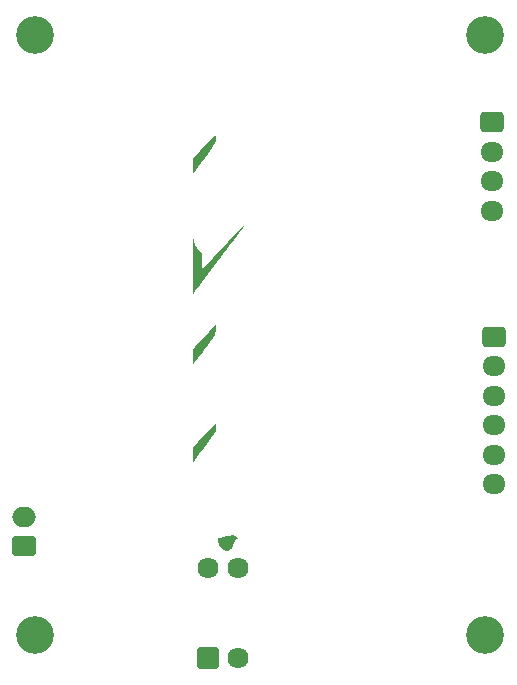
<source format=gbs>
%TF.GenerationSoftware,KiCad,Pcbnew,(6.0.1-0)*%
%TF.CreationDate,2024-02-04T22:08:59-06:00*%
%TF.ProjectId,tackle_sensor_hardware,7461636b-6c65-45f7-9365-6e736f725f68,REV1*%
%TF.SameCoordinates,Original*%
%TF.FileFunction,Soldermask,Bot*%
%TF.FilePolarity,Negative*%
%FSLAX46Y46*%
G04 Gerber Fmt 4.6, Leading zero omitted, Abs format (unit mm)*
G04 Created by KiCad (PCBNEW (6.0.1-0)) date 2024-02-04 22:08:59*
%MOMM*%
%LPD*%
G01*
G04 APERTURE LIST*
G04 Aperture macros list*
%AMRoundRect*
0 Rectangle with rounded corners*
0 $1 Rounding radius*
0 $2 $3 $4 $5 $6 $7 $8 $9 X,Y pos of 4 corners*
0 Add a 4 corners polygon primitive as box body*
4,1,4,$2,$3,$4,$5,$6,$7,$8,$9,$2,$3,0*
0 Add four circle primitives for the rounded corners*
1,1,$1+$1,$2,$3*
1,1,$1+$1,$4,$5*
1,1,$1+$1,$6,$7*
1,1,$1+$1,$8,$9*
0 Add four rect primitives between the rounded corners*
20,1,$1+$1,$2,$3,$4,$5,0*
20,1,$1+$1,$4,$5,$6,$7,0*
20,1,$1+$1,$6,$7,$8,$9,0*
20,1,$1+$1,$8,$9,$2,$3,0*%
G04 Aperture macros list end*
%ADD10C,3.200000*%
%ADD11RoundRect,0.250000X0.750000X-0.600000X0.750000X0.600000X-0.750000X0.600000X-0.750000X-0.600000X0*%
%ADD12O,2.000000X1.700000*%
%ADD13RoundRect,0.102000X-0.790000X-0.790000X0.790000X-0.790000X0.790000X0.790000X-0.790000X0.790000X0*%
%ADD14C,1.784000*%
%ADD15RoundRect,0.250000X-0.725000X0.600000X-0.725000X-0.600000X0.725000X-0.600000X0.725000X0.600000X0*%
%ADD16O,1.950000X1.700000*%
G04 APERTURE END LIST*
%TO.C,G\u002A\u002A\u002A*%
G36*
X178939705Y-93136079D02*
G01*
X178917347Y-93194177D01*
X178887134Y-93233884D01*
X178797232Y-93353048D01*
X178658887Y-93536880D01*
X178481607Y-93772738D01*
X178274898Y-94047978D01*
X178048267Y-94349958D01*
X177883121Y-94569486D01*
X177659111Y-94865338D01*
X177456655Y-95130551D01*
X177286620Y-95350982D01*
X177159870Y-95512486D01*
X177087269Y-95600922D01*
X177043076Y-95655102D01*
X176934643Y-95795764D01*
X176777309Y-96004283D01*
X176579643Y-96269162D01*
X176350216Y-96578907D01*
X176097597Y-96922019D01*
X175830357Y-97287003D01*
X175621282Y-97573193D01*
X175370256Y-97916416D01*
X175143173Y-98226474D01*
X174948065Y-98492422D01*
X174792962Y-98703315D01*
X174685895Y-98848210D01*
X174634896Y-98916160D01*
X174618593Y-98931430D01*
X174602175Y-98926567D01*
X174588771Y-98888692D01*
X174578133Y-98809385D01*
X174570012Y-98680229D01*
X174564161Y-98492806D01*
X174560330Y-98238696D01*
X174558270Y-97909483D01*
X174557734Y-97496748D01*
X174558473Y-96992072D01*
X174560239Y-96387038D01*
X174560649Y-96273324D01*
X174563230Y-95774355D01*
X174566825Y-95324421D01*
X174571279Y-94932058D01*
X174576437Y-94605800D01*
X174582146Y-94354182D01*
X174588251Y-94185739D01*
X174594598Y-94109005D01*
X174601031Y-94132516D01*
X174660601Y-94487391D01*
X174793828Y-94830598D01*
X174828370Y-94894997D01*
X174951032Y-95085188D01*
X175084955Y-95250258D01*
X175209362Y-95366564D01*
X175303476Y-95410466D01*
X175307658Y-95415574D01*
X175318802Y-95496331D01*
X175325898Y-95660121D01*
X175328365Y-95887326D01*
X175325622Y-96158325D01*
X175311149Y-96906275D01*
X175760740Y-96440051D01*
X175855032Y-96341678D01*
X176045147Y-96141743D01*
X176288365Y-95884721D01*
X176572217Y-95583835D01*
X176884232Y-95252306D01*
X177211943Y-94903358D01*
X177542879Y-94550215D01*
X177834388Y-94240000D01*
X178121525Y-93936980D01*
X178377913Y-93669021D01*
X178594898Y-93445054D01*
X178763823Y-93274008D01*
X178876035Y-93164812D01*
X178922879Y-93126397D01*
X178939705Y-93136079D01*
G37*
G36*
X176494231Y-85567212D02*
G01*
X176506934Y-85660995D01*
X176509474Y-85842998D01*
X176510438Y-85908957D01*
X176511764Y-85982930D01*
X176507748Y-86049139D01*
X176492510Y-86117146D01*
X176460173Y-86196515D01*
X176404856Y-86296808D01*
X176320681Y-86427589D01*
X176201769Y-86598419D01*
X176042241Y-86818861D01*
X175836218Y-87098480D01*
X175577821Y-87446836D01*
X175261171Y-87873494D01*
X174578639Y-88794031D01*
X174563247Y-88184770D01*
X174547854Y-87575508D01*
X174799595Y-87264232D01*
X174812380Y-87248502D01*
X174961686Y-87072044D01*
X175150562Y-86858325D01*
X175365020Y-86622161D01*
X175591073Y-86378363D01*
X175814733Y-86141746D01*
X176022011Y-85927123D01*
X176198921Y-85749307D01*
X176331475Y-85623111D01*
X176405684Y-85563348D01*
X176407864Y-85562185D01*
X176463748Y-85541119D01*
X176494231Y-85567212D01*
G37*
G36*
X176508516Y-101970435D02*
G01*
X176480362Y-102399637D01*
X175827575Y-103269873D01*
X175620792Y-103545925D01*
X175395326Y-103847698D01*
X175184992Y-104129965D01*
X175006539Y-104370249D01*
X174876714Y-104546070D01*
X174578639Y-104952032D01*
X174547899Y-103666976D01*
X174953208Y-103223670D01*
X174991787Y-103181573D01*
X175196350Y-102960350D01*
X175442210Y-102696844D01*
X175701810Y-102420508D01*
X175947593Y-102160799D01*
X176536669Y-101541234D01*
X176508516Y-101970435D01*
G37*
G36*
X178166544Y-119426914D02*
G01*
X178305865Y-119545997D01*
X178424069Y-119695569D01*
X178282617Y-119712779D01*
X178189847Y-119741791D01*
X178139436Y-119821558D01*
X178122046Y-119898514D01*
X178057852Y-120018705D01*
X178010563Y-120104151D01*
X177977997Y-120241539D01*
X177969892Y-120299689D01*
X177904098Y-120435870D01*
X177799377Y-120547024D01*
X177688774Y-120592999D01*
X177632216Y-120608894D01*
X177548369Y-120688181D01*
X177519645Y-120730050D01*
X177471290Y-120749369D01*
X177385406Y-120723054D01*
X177233280Y-120647389D01*
X176993321Y-120470452D01*
X176809213Y-120206883D01*
X176703615Y-119871953D01*
X176701105Y-119857559D01*
X176688223Y-119727184D01*
X176721726Y-119658029D01*
X176819679Y-119609195D01*
X176911820Y-119580197D01*
X177114550Y-119531706D01*
X177363302Y-119482491D01*
X177620991Y-119439152D01*
X177850532Y-119408288D01*
X178014842Y-119396499D01*
X178166544Y-119426914D01*
G37*
G36*
X176518265Y-110268432D02*
G01*
X176513153Y-110364687D01*
X176494488Y-110541008D01*
X176454123Y-110677521D01*
X176376564Y-110815750D01*
X176246317Y-110997215D01*
X176228617Y-111020957D01*
X176106706Y-111184643D01*
X175937142Y-111412476D01*
X175734244Y-111685212D01*
X175512326Y-111983608D01*
X175285706Y-112288419D01*
X174578639Y-113239605D01*
X174563277Y-112615014D01*
X174547914Y-111990424D01*
X175008231Y-111464623D01*
X175200663Y-111249811D01*
X175469228Y-110960006D01*
X175748737Y-110666876D01*
X176002608Y-110409246D01*
X176536669Y-109879669D01*
X176518265Y-110268432D01*
G37*
%TD*%
D10*
%TO.C,H3*%
X161180700Y-127827200D03*
%TD*%
%TO.C,H4*%
X199280700Y-127827200D03*
%TD*%
D11*
%TO.C,J2*%
X160291700Y-120334200D03*
D12*
X160291700Y-117834200D03*
%TD*%
D13*
%TO.C,S1*%
X175895000Y-129794000D03*
D14*
X175895000Y-122174000D03*
X178435000Y-129794000D03*
X178435000Y-122174000D03*
%TD*%
D15*
%TO.C,J5*%
X200042000Y-102589000D03*
D16*
X200042000Y-105089000D03*
X200042000Y-107589000D03*
X200042000Y-110089000D03*
X200042000Y-112589000D03*
X200042000Y-115089000D03*
%TD*%
D15*
%TO.C,J4*%
X199881900Y-84433200D03*
D16*
X199881900Y-86933200D03*
X199881900Y-89433200D03*
X199881900Y-91933200D03*
%TD*%
D10*
%TO.C,H2*%
X199280700Y-77027200D03*
%TD*%
%TO.C,H1*%
X161180700Y-77027200D03*
%TD*%
M02*

</source>
